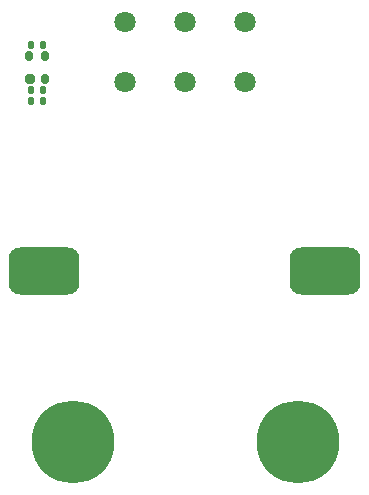
<source format=gbr>
%TF.GenerationSoftware,KiCad,Pcbnew,(5.99.0-12750-ge81b516a82)*%
%TF.CreationDate,2021-11-10T18:22:52+01:00*%
%TF.ProjectId,PrecisionCurrentSource,50726563-6973-4696-9f6e-43757272656e,A*%
%TF.SameCoordinates,Original*%
%TF.FileFunction,Soldermask,Bot*%
%TF.FilePolarity,Negative*%
%FSLAX46Y46*%
G04 Gerber Fmt 4.6, Leading zero omitted, Abs format (unit mm)*
G04 Created by KiCad (PCBNEW (5.99.0-12750-ge81b516a82)) date 2021-11-10 18:22:52*
%MOMM*%
%LPD*%
G01*
G04 APERTURE LIST*
G04 Aperture macros list*
%AMRoundRect*
0 Rectangle with rounded corners*
0 $1 Rounding radius*
0 $2 $3 $4 $5 $6 $7 $8 $9 X,Y pos of 4 corners*
0 Add a 4 corners polygon primitive as box body*
4,1,4,$2,$3,$4,$5,$6,$7,$8,$9,$2,$3,0*
0 Add four circle primitives for the rounded corners*
1,1,$1+$1,$2,$3*
1,1,$1+$1,$4,$5*
1,1,$1+$1,$6,$7*
1,1,$1+$1,$8,$9*
0 Add four rect primitives between the rounded corners*
20,1,$1+$1,$2,$3,$4,$5,0*
20,1,$1+$1,$4,$5,$6,$7,0*
20,1,$1+$1,$6,$7,$8,$9,0*
20,1,$1+$1,$8,$9,$2,$3,0*%
G04 Aperture macros list end*
%ADD10C,7.000000*%
%ADD11C,1.800000*%
%ADD12RoundRect,1.000000X2.000000X1.000000X-2.000000X1.000000X-2.000000X-1.000000X2.000000X-1.000000X0*%
%ADD13RoundRect,0.135000X0.135000X0.185000X-0.135000X0.185000X-0.135000X-0.185000X0.135000X-0.185000X0*%
%ADD14RoundRect,0.150000X0.150000X-0.250000X0.150000X0.250000X-0.150000X0.250000X-0.150000X-0.250000X0*%
%ADD15RoundRect,0.200000X0.200000X-0.200000X0.200000X0.200000X-0.200000X0.200000X-0.200000X-0.200000X0*%
%ADD16RoundRect,0.147500X0.147500X0.172500X-0.147500X0.172500X-0.147500X-0.172500X0.147500X-0.172500X0*%
%ADD17RoundRect,0.140000X-0.140000X-0.170000X0.140000X-0.170000X0.140000X0.170000X-0.140000X0.170000X0*%
G04 APERTURE END LIST*
D10*
%TO.C,H1*%
X155550000Y-127500000D03*
%TD*%
%TO.C,H2*%
X136500000Y-127500000D03*
%TD*%
D11*
%TO.C,SW1*%
X151080000Y-97040000D03*
X146000000Y-97040000D03*
X140920000Y-97040000D03*
X151080000Y-91960000D03*
X146000000Y-91960000D03*
X140920000Y-91960000D03*
%TD*%
D12*
%TO.C,BT1*%
X157900000Y-113000000D03*
X134100000Y-113000000D03*
%TD*%
D13*
%TO.C,R1*%
X134010000Y-97700000D03*
X132990000Y-97700000D03*
%TD*%
D14*
%TO.C,U1*%
X134150000Y-96750000D03*
D15*
X132900000Y-96750000D03*
D14*
X132850000Y-94850000D03*
X134150000Y-94850000D03*
%TD*%
D16*
%TO.C,D1*%
X133985000Y-98600000D03*
X133015000Y-98600000D03*
%TD*%
D17*
%TO.C,C2*%
X133020000Y-93900000D03*
X133980000Y-93900000D03*
%TD*%
M02*

</source>
